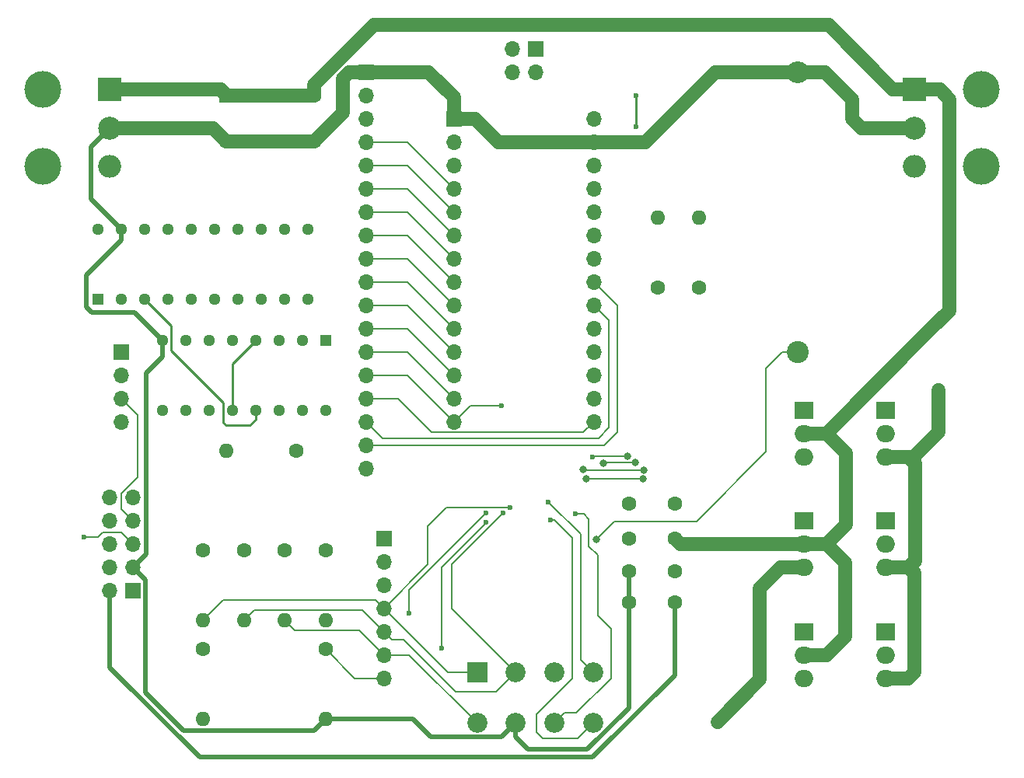
<source format=gbl>
G04 #@! TF.GenerationSoftware,KiCad,Pcbnew,(5.0.0)*
G04 #@! TF.CreationDate,2019-03-08T19:40:39-05:00*
G04 #@! TF.ProjectId,DRV8308_pcb,445256383330385F7063622E6B696361,rev?*
G04 #@! TF.SameCoordinates,Original*
G04 #@! TF.FileFunction,Copper,L2,Bot,Signal*
G04 #@! TF.FilePolarity,Positive*
%FSLAX46Y46*%
G04 Gerber Fmt 4.6, Leading zero omitted, Abs format (unit mm)*
G04 Created by KiCad (PCBNEW (5.0.0)) date 03/08/19 19:40:39*
%MOMM*%
%LPD*%
G01*
G04 APERTURE LIST*
G04 #@! TA.AperFunction,WasherPad*
%ADD10C,4.000000*%
G04 #@! TD*
G04 #@! TA.AperFunction,ComponentPad*
%ADD11O,2.500000X2.500000*%
G04 #@! TD*
G04 #@! TA.AperFunction,ComponentPad*
%ADD12C,2.500000*%
G04 #@! TD*
G04 #@! TA.AperFunction,ComponentPad*
%ADD13R,2.500000X2.500000*%
G04 #@! TD*
G04 #@! TA.AperFunction,ComponentPad*
%ADD14O,1.700000X1.700000*%
G04 #@! TD*
G04 #@! TA.AperFunction,ComponentPad*
%ADD15R,1.700000X1.700000*%
G04 #@! TD*
G04 #@! TA.AperFunction,ComponentPad*
%ADD16R,1.600000X1.600000*%
G04 #@! TD*
G04 #@! TA.AperFunction,ComponentPad*
%ADD17C,1.600000*%
G04 #@! TD*
G04 #@! TA.AperFunction,ComponentPad*
%ADD18R,2.175000X2.175000*%
G04 #@! TD*
G04 #@! TA.AperFunction,ComponentPad*
%ADD19C,2.175000*%
G04 #@! TD*
G04 #@! TA.AperFunction,ComponentPad*
%ADD20O,2.000000X1.905000*%
G04 #@! TD*
G04 #@! TA.AperFunction,ComponentPad*
%ADD21R,2.000000X1.905000*%
G04 #@! TD*
G04 #@! TA.AperFunction,ComponentPad*
%ADD22O,1.600000X1.600000*%
G04 #@! TD*
G04 #@! TA.AperFunction,ComponentPad*
%ADD23C,2.400000*%
G04 #@! TD*
G04 #@! TA.AperFunction,ComponentPad*
%ADD24O,2.400000X2.400000*%
G04 #@! TD*
G04 #@! TA.AperFunction,ComponentPad*
%ADD25R,1.295400X1.295400*%
G04 #@! TD*
G04 #@! TA.AperFunction,ComponentPad*
%ADD26C,1.295400*%
G04 #@! TD*
G04 #@! TA.AperFunction,ViaPad*
%ADD27C,0.600000*%
G04 #@! TD*
G04 #@! TA.AperFunction,ViaPad*
%ADD28C,1.400000*%
G04 #@! TD*
G04 #@! TA.AperFunction,ViaPad*
%ADD29C,0.800000*%
G04 #@! TD*
G04 #@! TA.AperFunction,Conductor*
%ADD30C,1.500000*%
G04 #@! TD*
G04 #@! TA.AperFunction,Conductor*
%ADD31C,0.500000*%
G04 #@! TD*
G04 #@! TA.AperFunction,Conductor*
%ADD32C,0.250000*%
G04 #@! TD*
G04 #@! TA.AperFunction,Conductor*
%ADD33C,0.200000*%
G04 #@! TD*
G04 #@! TA.AperFunction,Conductor*
%ADD34C,0.150000*%
G04 #@! TD*
G04 APERTURE END LIST*
D10*
G04 #@! TO.P,J5,*
G04 #@! TO.N,*
X195260000Y-58420000D03*
X195260000Y-66820000D03*
D11*
G04 #@! TO.P,J5,3*
G04 #@! TO.N,/Vin*
X187960000Y-66820000D03*
D12*
G04 #@! TO.P,J5,2*
G04 #@! TO.N,GNDREF*
X187960000Y-62620000D03*
D13*
G04 #@! TO.P,J5,1*
G04 #@! TO.N,/Vm*
X187960000Y-58420000D03*
G04 #@! TD*
D10*
G04 #@! TO.P,J3,*
G04 #@! TO.N,*
X93030000Y-58420000D03*
X93030000Y-66820000D03*
D11*
G04 #@! TO.P,J3,3*
G04 #@! TO.N,/Vin*
X100330000Y-66820000D03*
D12*
G04 #@! TO.P,J3,2*
G04 #@! TO.N,GNDREF*
X100330000Y-62620000D03*
D13*
G04 #@! TO.P,J3,1*
G04 #@! TO.N,/Vm*
X100330000Y-58420000D03*
G04 #@! TD*
D14*
G04 #@! TO.P,J4,15*
G04 #@! TO.N,/SCLK*
X153035000Y-94615000D03*
G04 #@! TO.P,J4,14*
G04 #@! TO.N,/DATAO*
X137795000Y-94615000D03*
G04 #@! TO.P,J4,16*
G04 #@! TO.N,/MCU/A0*
X153035000Y-92075000D03*
G04 #@! TO.P,J4,13*
G04 #@! TO.N,/DATAI*
X137795000Y-92075000D03*
G04 #@! TO.P,J4,17*
G04 #@! TO.N,/MCU/A1*
X153035000Y-89535000D03*
G04 #@! TO.P,J4,12*
G04 #@! TO.N,/SCS*
X137795000Y-89535000D03*
G04 #@! TO.P,J4,18*
G04 #@! TO.N,/MCU/A2*
X153035000Y-86995000D03*
G04 #@! TO.P,J4,11*
G04 #@! TO.N,/FGOUT*
X137795000Y-86995000D03*
G04 #@! TO.P,J4,19*
G04 #@! TO.N,/MCU/A3*
X153035000Y-84455000D03*
G04 #@! TO.P,J4,10*
G04 #@! TO.N,/FAULTn*
X137795000Y-84455000D03*
G04 #@! TO.P,J4,20*
G04 #@! TO.N,/SDA*
X153035000Y-81915000D03*
G04 #@! TO.P,J4,9*
G04 #@! TO.N,/LOCKn*
X137795000Y-81915000D03*
G04 #@! TO.P,J4,21*
G04 #@! TO.N,/SCL*
X153035000Y-79375000D03*
G04 #@! TO.P,J4,8*
G04 #@! TO.N,/CLKIN*
X137795000Y-79375000D03*
G04 #@! TO.P,J4,22*
G04 #@! TO.N,/MCU/A6*
X153035000Y-76835000D03*
G04 #@! TO.P,J4,7*
G04 #@! TO.N,/BRAKE*
X137795000Y-76835000D03*
G04 #@! TO.P,J4,23*
G04 #@! TO.N,/MCU/A7*
X153035000Y-74295000D03*
G04 #@! TO.P,J4,6*
G04 #@! TO.N,/DIR*
X137795000Y-74295000D03*
G04 #@! TO.P,J4,24*
G04 #@! TO.N,/MCU/A8*
X153035000Y-71755000D03*
G04 #@! TO.P,J4,5*
G04 #@! TO.N,/ENABLE*
X137795000Y-71755000D03*
G04 #@! TO.P,J4,25*
G04 #@! TO.N,/MCU/A9*
X153035000Y-69215000D03*
G04 #@! TO.P,J4,4*
G04 #@! TO.N,/RESET*
X137795000Y-69215000D03*
G04 #@! TO.P,J4,26*
G04 #@! TO.N,/3.3V*
X153035000Y-66675000D03*
G04 #@! TO.P,J4,3*
G04 #@! TO.N,/B*
X137795000Y-66675000D03*
G04 #@! TO.P,J4,27*
G04 #@! TO.N,GNDREF*
X153035000Y-64135000D03*
G04 #@! TO.P,J4,2*
G04 #@! TO.N,/A*
X137795000Y-64135000D03*
G04 #@! TO.P,J4,28*
G04 #@! TO.N,/Vin*
X153035000Y-61595000D03*
D15*
G04 #@! TO.P,J4,1*
G04 #@! TO.N,GNDREF*
X137795000Y-61595000D03*
G04 #@! TD*
D16*
G04 #@! TO.P,C2,1*
G04 #@! TO.N,/Vm*
X113030000Y-59055000D03*
D17*
G04 #@! TO.P,C2,2*
G04 #@! TO.N,GNDREF*
X113030000Y-64055000D03*
G04 #@! TD*
D18*
G04 #@! TO.P,J1,1*
G04 #@! TO.N,/Hall_1*
X140335000Y-121920000D03*
D19*
G04 #@! TO.P,J1,2*
G04 #@! TO.N,/Hall_2*
X144535000Y-121920000D03*
G04 #@! TO.P,J1,3*
G04 #@! TO.N,/Vreg*
X148735000Y-121920000D03*
G04 #@! TO.P,J1,4*
G04 #@! TO.N,Motor_3*
X152935000Y-121920000D03*
G04 #@! TO.P,J1,5*
G04 #@! TO.N,/Hall_3*
X140335000Y-127420000D03*
G04 #@! TO.P,J1,6*
G04 #@! TO.N,GNDREF*
X144535000Y-127420000D03*
G04 #@! TO.P,J1,7*
G04 #@! TO.N,Motor_1*
X148735000Y-127420000D03*
G04 #@! TO.P,J1,8*
G04 #@! TO.N,Motor_2*
X152935000Y-127420000D03*
G04 #@! TD*
D15*
G04 #@! TO.P,J2,1*
G04 #@! TO.N,Net-(J2-Pad1)*
X102870000Y-113030000D03*
D14*
G04 #@! TO.P,J2,2*
G04 #@! TO.N,/Vreg*
X100330000Y-113030000D03*
G04 #@! TO.P,J2,3*
G04 #@! TO.N,GNDREF*
X102870000Y-110490000D03*
G04 #@! TO.P,J2,4*
G04 #@! TO.N,Net-(J2-Pad4)*
X100330000Y-110490000D03*
G04 #@! TO.P,J2,5*
G04 #@! TO.N,/ENC_!A*
X102870000Y-107950000D03*
G04 #@! TO.P,J2,6*
G04 #@! TO.N,/ENC_A*
X100330000Y-107950000D03*
G04 #@! TO.P,J2,7*
G04 #@! TO.N,/ENC_!B*
X102870000Y-105410000D03*
G04 #@! TO.P,J2,8*
G04 #@! TO.N,/ENC_B*
X100330000Y-105410000D03*
G04 #@! TO.P,J2,9*
G04 #@! TO.N,Net-(J2-Pad9)*
X102870000Y-102870000D03*
G04 #@! TO.P,J2,10*
G04 #@! TO.N,Net-(J2-Pad10)*
X100330000Y-102870000D03*
G04 #@! TD*
D15*
G04 #@! TO.P,J7,1*
G04 #@! TO.N,GNDREF*
X128270000Y-56515000D03*
D14*
G04 #@! TO.P,J7,2*
G04 #@! TO.N,/A*
X128270000Y-59055000D03*
G04 #@! TO.P,J7,3*
G04 #@! TO.N,/B*
X128270000Y-61595000D03*
G04 #@! TO.P,J7,4*
G04 #@! TO.N,/RESET*
X128270000Y-64135000D03*
G04 #@! TO.P,J7,5*
G04 #@! TO.N,/ENABLE*
X128270000Y-66675000D03*
G04 #@! TO.P,J7,6*
G04 #@! TO.N,/DIR*
X128270000Y-69215000D03*
G04 #@! TO.P,J7,7*
G04 #@! TO.N,/BRAKE*
X128270000Y-71755000D03*
G04 #@! TO.P,J7,8*
G04 #@! TO.N,/CLKIN*
X128270000Y-74295000D03*
G04 #@! TO.P,J7,9*
G04 #@! TO.N,/LOCKn*
X128270000Y-76835000D03*
G04 #@! TO.P,J7,10*
G04 #@! TO.N,/FAULTn*
X128270000Y-79375000D03*
G04 #@! TO.P,J7,11*
G04 #@! TO.N,/FGOUT*
X128270000Y-81915000D03*
G04 #@! TO.P,J7,12*
G04 #@! TO.N,/SCS*
X128270000Y-84455000D03*
G04 #@! TO.P,J7,13*
G04 #@! TO.N,/DATAI*
X128270000Y-86995000D03*
G04 #@! TO.P,J7,14*
G04 #@! TO.N,/DATAO*
X128270000Y-89535000D03*
G04 #@! TO.P,J7,15*
G04 #@! TO.N,/SCLK*
X128270000Y-92075000D03*
G04 #@! TO.P,J7,16*
G04 #@! TO.N,/SDA*
X128270000Y-94615000D03*
G04 #@! TO.P,J7,17*
G04 #@! TO.N,/SCL*
X128270000Y-97155000D03*
G04 #@! TO.P,J7,18*
G04 #@! TO.N,/Vreg*
X128270000Y-99695000D03*
G04 #@! TD*
D15*
G04 #@! TO.P,J8,1*
G04 #@! TO.N,/ENC_!A*
X101600000Y-86995000D03*
D14*
G04 #@! TO.P,J8,2*
G04 #@! TO.N,/ENC_A*
X101600000Y-89535000D03*
G04 #@! TO.P,J8,3*
G04 #@! TO.N,/ENC_!B*
X101600000Y-92075000D03*
G04 #@! TO.P,J8,4*
G04 #@! TO.N,/ENC_B*
X101600000Y-94615000D03*
G04 #@! TD*
D20*
G04 #@! TO.P,Q1,3*
G04 #@! TO.N,Motor_1*
X175895000Y-98425000D03*
G04 #@! TO.P,Q1,2*
G04 #@! TO.N,/Vm*
X175895000Y-95885000D03*
D21*
G04 #@! TO.P,Q1,1*
G04 #@! TO.N,/Power/UHSG*
X175895000Y-93345000D03*
G04 #@! TD*
G04 #@! TO.P,Q2,1*
G04 #@! TO.N,/Power/ULSG*
X184785000Y-93345000D03*
D20*
G04 #@! TO.P,Q2,2*
G04 #@! TO.N,Motor_1*
X184785000Y-95885000D03*
G04 #@! TO.P,Q2,3*
G04 #@! TO.N,/Power/ISEN*
X184785000Y-98425000D03*
G04 #@! TD*
G04 #@! TO.P,Q3,3*
G04 #@! TO.N,Motor_2*
X175895000Y-110490000D03*
G04 #@! TO.P,Q3,2*
G04 #@! TO.N,/Vm*
X175895000Y-107950000D03*
D21*
G04 #@! TO.P,Q3,1*
G04 #@! TO.N,/Power/VHSG*
X175895000Y-105410000D03*
G04 #@! TD*
G04 #@! TO.P,Q4,1*
G04 #@! TO.N,/Power/VLSG*
X184785000Y-105410000D03*
D20*
G04 #@! TO.P,Q4,2*
G04 #@! TO.N,Motor_2*
X184785000Y-107950000D03*
G04 #@! TO.P,Q4,3*
G04 #@! TO.N,/Power/ISEN*
X184785000Y-110490000D03*
G04 #@! TD*
G04 #@! TO.P,Q5,3*
G04 #@! TO.N,Motor_3*
X175895000Y-122555000D03*
G04 #@! TO.P,Q5,2*
G04 #@! TO.N,/Vm*
X175895000Y-120015000D03*
D21*
G04 #@! TO.P,Q5,1*
G04 #@! TO.N,/Power/WHSG*
X175895000Y-117475000D03*
G04 #@! TD*
G04 #@! TO.P,Q6,1*
G04 #@! TO.N,/Power/WLSG*
X184785000Y-117475000D03*
D20*
G04 #@! TO.P,Q6,2*
G04 #@! TO.N,Motor_3*
X184785000Y-120015000D03*
G04 #@! TO.P,Q6,3*
G04 #@! TO.N,/Power/ISEN*
X184785000Y-122555000D03*
G04 #@! TD*
D22*
G04 #@! TO.P,R1,2*
G04 #@! TO.N,/Hall_1*
X110490000Y-116205000D03*
D17*
G04 #@! TO.P,R1,1*
G04 #@! TO.N,/Vreg*
X110490000Y-108585000D03*
G04 #@! TD*
G04 #@! TO.P,R2,1*
G04 #@! TO.N,/Vreg*
X114935000Y-108585000D03*
D22*
G04 #@! TO.P,R2,2*
G04 #@! TO.N,/Hall_2*
X114935000Y-116205000D03*
G04 #@! TD*
G04 #@! TO.P,R3,2*
G04 #@! TO.N,/Hall_3*
X119380000Y-116205000D03*
D17*
G04 #@! TO.P,R3,1*
G04 #@! TO.N,/Vreg*
X119380000Y-108585000D03*
G04 #@! TD*
G04 #@! TO.P,R4,1*
G04 #@! TO.N,/Vreg*
X123825000Y-108585000D03*
D22*
G04 #@! TO.P,R4,2*
G04 #@! TO.N,/UHN*
X123825000Y-116205000D03*
G04 #@! TD*
G04 #@! TO.P,R5,2*
G04 #@! TO.N,GNDREF*
X123825000Y-127000000D03*
D17*
G04 #@! TO.P,R5,1*
G04 #@! TO.N,/UHN*
X123825000Y-119380000D03*
G04 #@! TD*
D23*
G04 #@! TO.P,R6,1*
G04 #@! TO.N,/Power/ISEN*
X175260000Y-86995000D03*
D24*
G04 #@! TO.P,R6,2*
G04 #@! TO.N,GNDREF*
X175260000Y-56515000D03*
G04 #@! TD*
D17*
G04 #@! TO.P,R7,1*
G04 #@! TO.N,/ENC_!A*
X110490000Y-119350000D03*
D22*
G04 #@! TO.P,R7,2*
G04 #@! TO.N,/ENC_A*
X110490000Y-126970000D03*
G04 #@! TD*
G04 #@! TO.P,R8,2*
G04 #@! TO.N,/ENC_B*
X113030000Y-97790000D03*
D17*
G04 #@! TO.P,R8,1*
G04 #@! TO.N,/ENC_!B*
X120650000Y-97790000D03*
G04 #@! TD*
D25*
G04 #@! TO.P,U2,1*
G04 #@! TO.N,/Vreg*
X99060000Y-81280000D03*
D26*
G04 #@! TO.P,U2,2*
G04 #@! TO.N,Net-(U2-Pad2)*
X101600000Y-81280000D03*
G04 #@! TO.P,U2,3*
G04 #@! TO.N,Net-(U2-Pad3)*
X104140000Y-81280000D03*
G04 #@! TO.P,U2,4*
G04 #@! TO.N,Net-(U2-Pad4)*
X106680000Y-81280000D03*
G04 #@! TO.P,U2,5*
G04 #@! TO.N,Net-(U2-Pad5)*
X109220000Y-81280000D03*
G04 #@! TO.P,U2,6*
G04 #@! TO.N,Net-(U2-Pad6)*
X111760000Y-81280000D03*
G04 #@! TO.P,U2,7*
G04 #@! TO.N,Net-(U2-Pad7)*
X114300000Y-81280000D03*
G04 #@! TO.P,U2,8*
G04 #@! TO.N,Net-(U2-Pad8)*
X116840000Y-81280000D03*
G04 #@! TO.P,U2,9*
G04 #@! TO.N,Net-(U2-Pad9)*
X119380000Y-81280000D03*
G04 #@! TO.P,U2,10*
G04 #@! TO.N,Net-(U2-Pad10)*
X121920000Y-81280000D03*
G04 #@! TO.P,U2,11*
G04 #@! TO.N,Net-(U2-Pad11)*
X121920000Y-73660000D03*
G04 #@! TO.P,U2,12*
G04 #@! TO.N,Net-(U2-Pad12)*
X119380000Y-73660000D03*
G04 #@! TO.P,U2,13*
G04 #@! TO.N,Net-(U2-Pad13)*
X116840000Y-73660000D03*
G04 #@! TO.P,U2,14*
G04 #@! TO.N,Net-(U2-Pad14)*
X114300000Y-73660000D03*
G04 #@! TO.P,U2,15*
G04 #@! TO.N,Net-(U2-Pad15)*
X111760000Y-73660000D03*
G04 #@! TO.P,U2,16*
G04 #@! TO.N,Net-(U2-Pad16)*
X109220000Y-73660000D03*
G04 #@! TO.P,U2,17*
G04 #@! TO.N,/B*
X106680000Y-73660000D03*
G04 #@! TO.P,U2,18*
G04 #@! TO.N,/A*
X104140000Y-73660000D03*
G04 #@! TO.P,U2,19*
G04 #@! TO.N,GNDREF*
X101600000Y-73660000D03*
G04 #@! TO.P,U2,20*
G04 #@! TO.N,/3.3V*
X99060000Y-73660000D03*
G04 #@! TD*
D25*
G04 #@! TO.P,U3,1*
G04 #@! TO.N,/ENC_!A*
X123825000Y-85725000D03*
D26*
G04 #@! TO.P,U3,2*
G04 #@! TO.N,/ENC_A*
X121285000Y-85725000D03*
G04 #@! TO.P,U3,3*
G04 #@! TO.N,Net-(U2-Pad2)*
X118745000Y-85725000D03*
G04 #@! TO.P,U3,4*
G04 #@! TO.N,/Vreg*
X116205000Y-85725000D03*
G04 #@! TO.P,U3,5*
G04 #@! TO.N,Net-(U3-Pad5)*
X113665000Y-85725000D03*
G04 #@! TO.P,U3,6*
G04 #@! TO.N,Net-(U3-Pad6)*
X111125000Y-85725000D03*
G04 #@! TO.P,U3,7*
G04 #@! TO.N,Net-(U3-Pad7)*
X108585000Y-85725000D03*
G04 #@! TO.P,U3,8*
G04 #@! TO.N,GNDREF*
X106045000Y-85725000D03*
G04 #@! TO.P,U3,9*
G04 #@! TO.N,Net-(U3-Pad9)*
X106045000Y-93345000D03*
G04 #@! TO.P,U3,10*
G04 #@! TO.N,Net-(U3-Pad10)*
X108585000Y-93345000D03*
G04 #@! TO.P,U3,11*
G04 #@! TO.N,Net-(U3-Pad11)*
X111125000Y-93345000D03*
G04 #@! TO.P,U3,12*
G04 #@! TO.N,/Vreg*
X113665000Y-93345000D03*
G04 #@! TO.P,U3,13*
G04 #@! TO.N,Net-(U2-Pad3)*
X116205000Y-93345000D03*
G04 #@! TO.P,U3,14*
G04 #@! TO.N,/ENC_B*
X118745000Y-93345000D03*
G04 #@! TO.P,U3,15*
G04 #@! TO.N,/ENC_!B*
X121285000Y-93345000D03*
G04 #@! TO.P,U3,16*
G04 #@! TO.N,/Vreg*
X123825000Y-93345000D03*
G04 #@! TD*
D15*
G04 #@! TO.P,J9,1*
G04 #@! TO.N,/SCL*
X146685000Y-53975000D03*
D14*
G04 #@! TO.P,J9,2*
X144145000Y-53975000D03*
G04 #@! TO.P,J9,3*
G04 #@! TO.N,/SDA*
X146685000Y-56515000D03*
G04 #@! TO.P,J9,4*
X144145000Y-56515000D03*
G04 #@! TD*
D22*
G04 #@! TO.P,R9,2*
G04 #@! TO.N,/3.3V*
X164465000Y-72390000D03*
D17*
G04 #@! TO.P,R9,1*
G04 #@! TO.N,/FAULTn*
X164465000Y-80010000D03*
G04 #@! TD*
G04 #@! TO.P,R10,1*
G04 #@! TO.N,/DATAO*
X160020000Y-80010000D03*
D22*
G04 #@! TO.P,R10,2*
G04 #@! TO.N,/3.3V*
X160020000Y-72390000D03*
G04 #@! TD*
D17*
G04 #@! TO.P,C1,2*
G04 #@! TO.N,GNDREF*
X122555000Y-64055000D03*
G04 #@! TO.P,C1,1*
G04 #@! TO.N,/Vm*
X122555000Y-59055000D03*
G04 #@! TD*
G04 #@! TO.P,C3,1*
G04 #@! TO.N,Net-(C3-Pad1)*
X156845000Y-103505000D03*
G04 #@! TO.P,C3,2*
G04 #@! TO.N,Net-(C3-Pad2)*
X161845000Y-103505000D03*
G04 #@! TD*
G04 #@! TO.P,C4,1*
G04 #@! TO.N,GNDREF*
X156845000Y-110871000D03*
G04 #@! TO.P,C4,2*
G04 #@! TO.N,Net-(C4-Pad2)*
X161845000Y-110871000D03*
G04 #@! TD*
G04 #@! TO.P,C5,2*
G04 #@! TO.N,Net-(C5-Pad2)*
X156845000Y-107315000D03*
G04 #@! TO.P,C5,1*
G04 #@! TO.N,/Vm*
X161845000Y-107315000D03*
G04 #@! TD*
G04 #@! TO.P,C6,1*
G04 #@! TO.N,GNDREF*
X156845000Y-114300000D03*
G04 #@! TO.P,C6,2*
G04 #@! TO.N,/Vreg*
X161845000Y-114300000D03*
G04 #@! TD*
D15*
G04 #@! TO.P,J6,1*
G04 #@! TO.N,Motor_1*
X130175000Y-107315000D03*
D14*
G04 #@! TO.P,J6,2*
G04 #@! TO.N,Motor_2*
X130175000Y-109855000D03*
G04 #@! TO.P,J6,3*
G04 #@! TO.N,Motor_3*
X130175000Y-112395000D03*
G04 #@! TO.P,J6,4*
G04 #@! TO.N,/Hall_1*
X130175000Y-114935000D03*
G04 #@! TO.P,J6,5*
G04 #@! TO.N,/Hall_2*
X130175000Y-117475000D03*
G04 #@! TO.P,J6,6*
G04 #@! TO.N,/Hall_3*
X130175000Y-120015000D03*
G04 #@! TO.P,J6,7*
G04 #@! TO.N,/UHN*
X130175000Y-122555000D03*
G04 #@! TD*
D27*
G04 #@! TO.N,/Hall_1*
X143950000Y-103950000D03*
G04 #@! TO.N,/Hall_2*
X143150000Y-104550000D03*
G04 #@! TO.N,Motor_3*
X148100000Y-103350000D03*
G04 #@! TO.N,/Hall_3*
X141300000Y-104550000D03*
X132950000Y-115450000D03*
G04 #@! TO.N,Motor_1*
X151050000Y-104650000D03*
D28*
G04 #@! TO.N,Motor_2*
X166500000Y-127300000D03*
D27*
X148350000Y-105350000D03*
G04 #@! TO.N,/ENC_!A*
X97536000Y-107188000D03*
G04 #@! TO.N,/DATAO*
X143002000Y-92837000D03*
G04 #@! TO.N,/UHN*
X136450000Y-119300000D03*
X141303552Y-105583261D03*
D28*
G04 #@! TO.N,/Power/ISEN*
X190550000Y-91200000D03*
D29*
X153300000Y-107400000D03*
G04 #@! TO.N,/Power/VHSG*
X157550000Y-99075010D03*
X154050000Y-99150000D03*
G04 #@! TO.N,/Power/VLSG*
X156700000Y-98400000D03*
D27*
X152908000Y-98425000D03*
D29*
G04 #@! TO.N,/Power/WHSG*
X158365146Y-100846405D03*
X152250000Y-100850000D03*
G04 #@! TO.N,/Power/WLSG*
X158450000Y-99850000D03*
X151900000Y-99800000D03*
D27*
G04 #@! TO.N,/3.3V*
X157607000Y-59055000D03*
X157607000Y-62484000D03*
G04 #@! TD*
D30*
G04 #@! TO.N,/Vm*
X113030000Y-59055000D02*
X122555000Y-59055000D01*
X112395000Y-58420000D02*
X113030000Y-59055000D01*
X100330000Y-58420000D02*
X112395000Y-58420000D01*
X122555000Y-57923630D02*
X129078630Y-51400000D01*
X122555000Y-59055000D02*
X122555000Y-57923630D01*
X185610000Y-58420000D02*
X187960000Y-58420000D01*
X178590000Y-51400000D02*
X185610000Y-58420000D01*
X129078630Y-51400000D02*
X178590000Y-51400000D01*
X178395000Y-95885000D02*
X175895000Y-95885000D01*
X178395000Y-95885000D02*
X180500000Y-97990000D01*
X178395000Y-107950000D02*
X175895000Y-107950000D01*
X180500000Y-105845000D02*
X178395000Y-107950000D01*
X180500000Y-97990000D02*
X180500000Y-105845000D01*
X178395000Y-107950000D02*
X180400000Y-109955000D01*
X178395000Y-120015000D02*
X175895000Y-120015000D01*
X180400000Y-118010000D02*
X178395000Y-120015000D01*
X180400000Y-109955000D02*
X180400000Y-118010000D01*
X162480000Y-107950000D02*
X161845000Y-107315000D01*
X175895000Y-107950000D02*
X162480000Y-107950000D01*
X189760001Y-84519999D02*
X178395000Y-95885000D01*
X190710000Y-58420000D02*
X191770000Y-59480000D01*
X187960000Y-58420000D02*
X190710000Y-58420000D01*
X191770000Y-82510000D02*
X189760001Y-84519999D01*
X191770000Y-59480000D02*
X191770000Y-82510000D01*
G04 #@! TO.N,GNDREF*
X111595000Y-62620000D02*
X113030000Y-64055000D01*
X100330000Y-62620000D02*
X111595000Y-62620000D01*
X113030000Y-64055000D02*
X122555000Y-64055000D01*
X137795000Y-59245000D02*
X137795000Y-61595000D01*
X135065000Y-56515000D02*
X137795000Y-59245000D01*
X128270000Y-56515000D02*
X135065000Y-56515000D01*
X151832919Y-64135000D02*
X153035000Y-64135000D01*
X142685000Y-64135000D02*
X151832919Y-64135000D01*
X140145000Y-61595000D02*
X142685000Y-64135000D01*
X137795000Y-61595000D02*
X140145000Y-61595000D01*
X166285000Y-56515000D02*
X175260000Y-56515000D01*
X153035000Y-64135000D02*
X158665000Y-64135000D01*
X158665000Y-64135000D02*
X166285000Y-56515000D01*
X182220000Y-62620000D02*
X187960000Y-62620000D01*
X176957056Y-56515000D02*
X176972056Y-56500000D01*
X175260000Y-56515000D02*
X176957056Y-56515000D01*
X176972056Y-56500000D02*
X178200000Y-56500000D01*
X178200000Y-56500000D02*
X181200000Y-59500000D01*
X181200000Y-59500000D02*
X181200000Y-61600000D01*
X181200000Y-61600000D02*
X182220000Y-62620000D01*
D31*
X98300000Y-70360000D02*
X101600000Y-73660000D01*
X100330000Y-62620000D02*
X98300000Y-64650000D01*
X98300000Y-64650000D02*
X98300000Y-70360000D01*
X101600000Y-73660000D02*
X101600000Y-74800000D01*
X101600000Y-74800000D02*
X97800000Y-78600000D01*
X97800000Y-82125402D02*
X98400000Y-82725402D01*
X97800000Y-78600000D02*
X97800000Y-82125402D01*
X103045402Y-82725402D02*
X106045000Y-85725000D01*
X98400000Y-82725402D02*
X103045402Y-82725402D01*
X106045000Y-85725000D02*
X106045000Y-87555000D01*
X106045000Y-87555000D02*
X104300000Y-89300000D01*
X104300000Y-109060000D02*
X102870000Y-110490000D01*
X104300000Y-89300000D02*
X104300000Y-109060000D01*
X104170001Y-111790001D02*
X104170001Y-124070001D01*
X102870000Y-110490000D02*
X104170001Y-111790001D01*
X123025001Y-127799999D02*
X123825000Y-127000000D01*
X122574999Y-128250001D02*
X123025001Y-127799999D01*
X108350001Y-128250001D02*
X122574999Y-128250001D01*
X104170001Y-124070001D02*
X108350001Y-128250001D01*
X123825000Y-127000000D02*
X133300000Y-127000000D01*
X143447501Y-128507499D02*
X144535000Y-127420000D01*
X142997499Y-128957501D02*
X143447501Y-128507499D01*
X135257501Y-128957501D02*
X142997499Y-128957501D01*
X133300000Y-127000000D02*
X135257501Y-128957501D01*
X156845000Y-114300000D02*
X156845000Y-110871000D01*
X144535000Y-128957957D02*
X145877043Y-130300000D01*
X144535000Y-127420000D02*
X144535000Y-128957957D01*
X156845000Y-115431370D02*
X156845000Y-114300000D01*
X156845000Y-125785502D02*
X156845000Y-115431370D01*
X152330502Y-130300000D02*
X156845000Y-125785502D01*
X145877043Y-130300000D02*
X152330502Y-130300000D01*
D30*
X122555000Y-64055000D02*
X125700011Y-60909989D01*
X125700011Y-60909989D02*
X125700011Y-57182797D01*
X126367808Y-56515000D02*
X128270000Y-56515000D01*
X125700011Y-57182797D02*
X126367808Y-56515000D01*
D31*
G04 #@! TO.N,/Vreg*
X161845000Y-114300000D02*
X161845000Y-122205000D01*
X161845000Y-122205000D02*
X152900000Y-131150000D01*
X152900000Y-131150000D02*
X110100000Y-131150000D01*
X100330000Y-121380000D02*
X100330000Y-113030000D01*
X110100000Y-131150000D02*
X100330000Y-121380000D01*
D32*
X113665000Y-88265000D02*
X116205000Y-85725000D01*
X113665000Y-93345000D02*
X113665000Y-88265000D01*
D33*
G04 #@! TO.N,/Hall_1*
X137160000Y-121920000D02*
X130175000Y-114935000D01*
X140335000Y-121920000D02*
X137160000Y-121920000D01*
X110490000Y-116205000D02*
X112645000Y-114050000D01*
X129290000Y-114050000D02*
X130175000Y-114935000D01*
X112645000Y-114050000D02*
X129290000Y-114050000D01*
D34*
X134950000Y-110160000D02*
X130175000Y-114935000D01*
X134950000Y-106000000D02*
X134950000Y-110160000D01*
X143950000Y-103950000D02*
X137000000Y-103950000D01*
X137000000Y-103950000D02*
X134950000Y-106000000D01*
D33*
G04 #@! TO.N,/Hall_2*
X131024999Y-118324999D02*
X132274999Y-118324999D01*
X130175000Y-117475000D02*
X131024999Y-118324999D01*
X132274999Y-118324999D02*
X138000000Y-124050000D01*
X142405000Y-124050000D02*
X144535000Y-121920000D01*
X138000000Y-124050000D02*
X142405000Y-124050000D01*
X129325001Y-116625001D02*
X130175000Y-117475000D01*
X127804999Y-115104999D02*
X129325001Y-116625001D01*
X116035001Y-115104999D02*
X127804999Y-115104999D01*
X114935000Y-116205000D02*
X116035001Y-115104999D01*
D34*
X137600000Y-114985000D02*
X144535000Y-121920000D01*
X143150000Y-104550000D02*
X137600000Y-110100000D01*
X137600000Y-110100000D02*
X137600000Y-114985000D01*
G04 #@! TO.N,Motor_3*
X151600000Y-120585000D02*
X152935000Y-121920000D01*
X148100000Y-103350000D02*
X151600000Y-106850000D01*
X151600000Y-106850000D02*
X151600000Y-120585000D01*
D33*
G04 #@! TO.N,/Hall_3*
X132930000Y-120015000D02*
X140335000Y-127420000D01*
X130175000Y-120015000D02*
X132930000Y-120015000D01*
X129325001Y-119165001D02*
X130175000Y-120015000D01*
X127465001Y-117305001D02*
X129325001Y-119165001D01*
X120480001Y-117305001D02*
X127465001Y-117305001D01*
X119380000Y-116205000D02*
X120480001Y-117305001D01*
D34*
X141300000Y-104550000D02*
X132950000Y-112900000D01*
X132950000Y-112900000D02*
X132950000Y-115450000D01*
D33*
G04 #@! TO.N,Motor_1*
X154900000Y-117200000D02*
X154900000Y-122550000D01*
X153450000Y-115750000D02*
X154900000Y-117200000D01*
X151117499Y-126332501D02*
X149822499Y-126332501D01*
X149822499Y-126332501D02*
X148735000Y-127420000D01*
X154900000Y-122550000D02*
X151117499Y-126332501D01*
X153450000Y-109100000D02*
X153450000Y-115750000D01*
D34*
X152500000Y-108150000D02*
X153450000Y-109100000D01*
X152500000Y-105200000D02*
X152500000Y-108150000D01*
X151050000Y-104650000D02*
X151950000Y-104650000D01*
X151950000Y-104650000D02*
X152500000Y-105200000D01*
D30*
G04 #@! TO.N,Motor_2*
X173395000Y-110490000D02*
X171100000Y-112785000D01*
X175895000Y-110490000D02*
X173395000Y-110490000D01*
X171100000Y-112785000D02*
X171100000Y-122700000D01*
X171100000Y-122700000D02*
X166500000Y-127300000D01*
X166500000Y-127300000D02*
X166500000Y-127300000D01*
X166500000Y-127300000D02*
X166500000Y-127300000D01*
D34*
X148774264Y-105350000D02*
X150700000Y-107275736D01*
X148350000Y-105350000D02*
X148774264Y-105350000D01*
X150700000Y-107275736D02*
X150700000Y-122600000D01*
X150700000Y-122600000D02*
X146800000Y-126500000D01*
X146800000Y-126500000D02*
X146800000Y-128450000D01*
X146800000Y-128450000D02*
X147450000Y-129100000D01*
X151255000Y-129100000D02*
X152935000Y-127420000D01*
X147450000Y-129100000D02*
X151255000Y-129100000D01*
D33*
G04 #@! TO.N,/ENC_!A*
X101600000Y-106680000D02*
X102870000Y-107950000D01*
X99568000Y-106680000D02*
X101600000Y-106680000D01*
X97536000Y-107188000D02*
X99060000Y-107188000D01*
X99060000Y-107188000D02*
X99568000Y-106680000D01*
G04 #@! TO.N,/ENC_!B*
X101600000Y-92075000D02*
X103378000Y-93853000D01*
X103378000Y-100659998D02*
X101600000Y-102437998D01*
X103378000Y-93853000D02*
X103378000Y-100659998D01*
X101600000Y-104140000D02*
X102870000Y-105410000D01*
X101600000Y-102437998D02*
X101600000Y-104140000D01*
G04 #@! TO.N,/SCL*
X155575000Y-81915000D02*
X153035000Y-79375000D01*
X155575000Y-95758000D02*
X155575000Y-81915000D01*
X128270000Y-97155000D02*
X154178000Y-97155000D01*
X154178000Y-97155000D02*
X155575000Y-95758000D01*
G04 #@! TO.N,/SDA*
X128270000Y-94615000D02*
X130048000Y-96393000D01*
X130048000Y-96393000D02*
X153543000Y-96393000D01*
X153543000Y-96393000D02*
X154686000Y-95250000D01*
X154686000Y-83566000D02*
X153035000Y-81915000D01*
X154686000Y-95250000D02*
X154686000Y-83566000D01*
G04 #@! TO.N,/RESET*
X132715000Y-64135000D02*
X128270000Y-64135000D01*
X137795000Y-69215000D02*
X132715000Y-64135000D01*
G04 #@! TO.N,/ENABLE*
X136945001Y-70905001D02*
X136945001Y-70895001D01*
X137795000Y-71755000D02*
X136945001Y-70905001D01*
X132725000Y-66675000D02*
X128270000Y-66675000D01*
X136945001Y-70895001D02*
X132725000Y-66675000D01*
G04 #@! TO.N,/DIR*
X132715000Y-69215000D02*
X128270000Y-69215000D01*
X137795000Y-74295000D02*
X132715000Y-69215000D01*
G04 #@! TO.N,/BRAKE*
X132715000Y-71755000D02*
X128270000Y-71755000D01*
X137795000Y-76835000D02*
X132715000Y-71755000D01*
G04 #@! TO.N,/CLKIN*
X132715000Y-74295000D02*
X128270000Y-74295000D01*
X137795000Y-79375000D02*
X132715000Y-74295000D01*
G04 #@! TO.N,/LOCKn*
X132715000Y-76835000D02*
X128270000Y-76835000D01*
X137795000Y-81915000D02*
X132715000Y-76835000D01*
G04 #@! TO.N,/FAULTn*
X132715000Y-79375000D02*
X128270000Y-79375000D01*
X137795000Y-84455000D02*
X132715000Y-79375000D01*
G04 #@! TO.N,/FGOUT*
X132715000Y-81915000D02*
X128270000Y-81915000D01*
X137795000Y-86995000D02*
X132715000Y-81915000D01*
G04 #@! TO.N,/SCS*
X137795000Y-89535000D02*
X132715000Y-84455000D01*
X132715000Y-84455000D02*
X128270000Y-84455000D01*
G04 #@! TO.N,/DATAI*
X137795000Y-92075000D02*
X132715000Y-86995000D01*
X132715000Y-86995000D02*
X128270000Y-86995000D01*
G04 #@! TO.N,/DATAO*
X137795000Y-94615000D02*
X132715000Y-89535000D01*
X132715000Y-89535000D02*
X128270000Y-89535000D01*
D34*
X139573000Y-92837000D02*
X137795000Y-94615000D01*
X143002000Y-92837000D02*
X139573000Y-92837000D01*
D33*
G04 #@! TO.N,/SCLK*
X151884999Y-95765001D02*
X153035000Y-94615000D01*
X135389001Y-95765001D02*
X151884999Y-95765001D01*
X128270000Y-92075000D02*
X131699000Y-92075000D01*
X131699000Y-92075000D02*
X135389001Y-95765001D01*
G04 #@! TO.N,/UHN*
X127000000Y-122555000D02*
X130175000Y-122555000D01*
X123825000Y-119380000D02*
X127000000Y-122555000D01*
D34*
X136450000Y-110436813D02*
X141003553Y-105883260D01*
X141003553Y-105883260D02*
X141303552Y-105583261D01*
X136450000Y-119300000D02*
X136450000Y-110436813D01*
D30*
G04 #@! TO.N,/Power/ISEN*
X187285000Y-110490000D02*
X184785000Y-110490000D01*
X188000000Y-109775000D02*
X187285000Y-110490000D01*
X188000000Y-99140000D02*
X188000000Y-109775000D01*
X187285000Y-98425000D02*
X188000000Y-99140000D01*
X184785000Y-98425000D02*
X187285000Y-98425000D01*
X187285000Y-110490000D02*
X187900000Y-111105000D01*
X187285000Y-122555000D02*
X184785000Y-122555000D01*
X187900000Y-121940000D02*
X187285000Y-122555000D01*
X187900000Y-111105000D02*
X187900000Y-121940000D01*
X187875000Y-98425000D02*
X190550000Y-95750000D01*
X190550000Y-95750000D02*
X190550000Y-91200000D01*
X184785000Y-98425000D02*
X187875000Y-98425000D01*
D33*
X173562944Y-86995000D02*
X171800000Y-88757944D01*
X175260000Y-86995000D02*
X173562944Y-86995000D01*
X171800000Y-88757944D02*
X171800000Y-97850000D01*
X171800000Y-97850000D02*
X164200000Y-105450000D01*
X164200000Y-105450000D02*
X155250000Y-105450000D01*
X155250000Y-105450000D02*
X153300000Y-107400000D01*
D34*
G04 #@! TO.N,/Power/VHSG*
X157524990Y-99050000D02*
X157550000Y-99075010D01*
X157550000Y-99075010D02*
X154124990Y-99075010D01*
X154124990Y-99075010D02*
X154050000Y-99150000D01*
D33*
G04 #@! TO.N,/Power/VLSG*
X156700000Y-98400000D02*
X152933000Y-98400000D01*
X152933000Y-98400000D02*
X152908000Y-98425000D01*
D34*
G04 #@! TO.N,/Power/WHSG*
X158365146Y-100846405D02*
X152253595Y-100846405D01*
X152253595Y-100846405D02*
X152250000Y-100850000D01*
G04 #@! TO.N,/Power/WLSG*
X158450000Y-99850000D02*
X151950000Y-99850000D01*
X151950000Y-99850000D02*
X151900000Y-99800000D01*
D32*
G04 #@! TO.N,Net-(U2-Pad3)*
X107017701Y-84157701D02*
X107017701Y-86824701D01*
X104140000Y-81280000D02*
X107017701Y-84157701D01*
X112692299Y-92499299D02*
X112692299Y-94698701D01*
X107017701Y-86824701D02*
X112692299Y-92499299D01*
X112692299Y-94698701D02*
X112989598Y-94996000D01*
X112989598Y-94996000D02*
X115570000Y-94996000D01*
X116205000Y-94361000D02*
X116205000Y-93345000D01*
X115570000Y-94996000D02*
X116205000Y-94361000D01*
G04 #@! TO.N,/3.3V*
X157607000Y-59055000D02*
X157607000Y-62484000D01*
G04 #@! TD*
M02*

</source>
